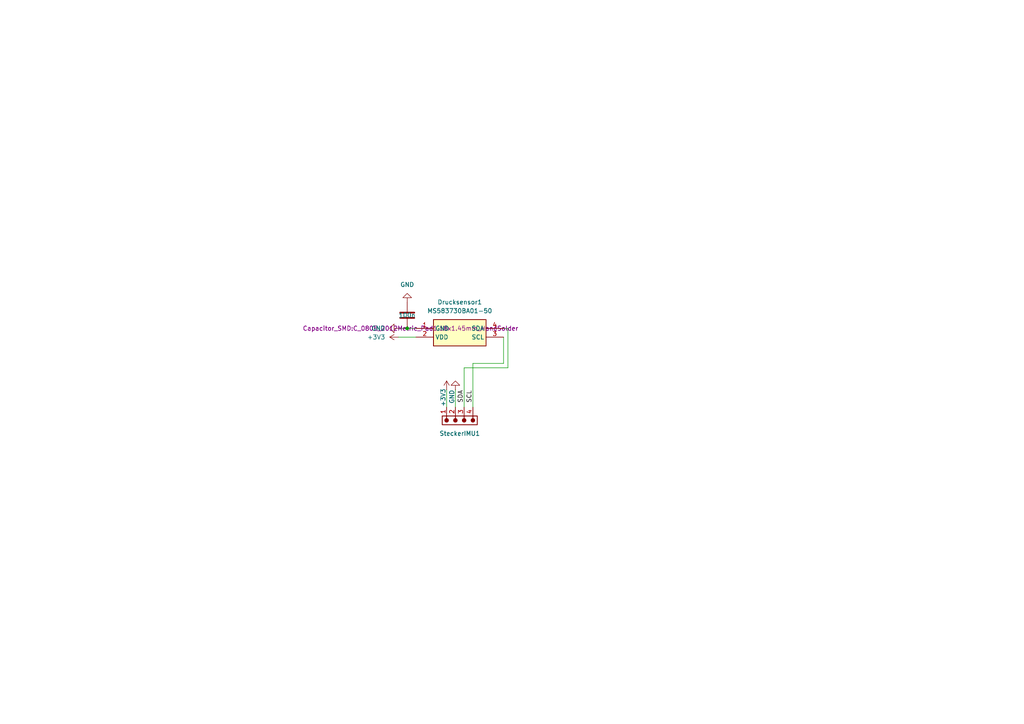
<source format=kicad_sch>
(kicad_sch (version 20250114) (generator "eeschema") (generator_version "9.0")
  (paper "A4")
  (title_block (title "Drucksensor") (date "2025-08-06") (rev "1") (company "U-Stall"))
  (lib_symbols
    (symbol "Connector_Wurth_WR-WTB:61900411021" (pin_names (hide yes))
      (property "Reference" "J" (at 0 5.08 0))
      (symbol "61900411021_1_1"
        (rectangle (start -5.08 1.27) (end 5.08 -1.27) (stroke (width 0.254)))
        (circle (center -3.81 0) (radius 0.508) (stroke (width 0.254)) (fill (type outline)))
        (polyline (pts (xy -3.81 -0.508) (xy -3.81 -1.27)) (stroke (width 0.254)))
        (circle (center -1.27 0) (radius 0.508) (stroke (width 0.254)) (fill (type outline)))
        (polyline (pts (xy -1.27 -0.508) (xy -1.27 -1.27)) (stroke (width 0.254)))
        (circle (center 1.27 0) (radius 0.508) (stroke (width 0.254)) (fill (type outline)))
        (polyline (pts (xy 1.27 -0.508) (xy 1.27 -1.27)) (stroke (width 0.254)))
        (circle (center 3.81 0) (radius 0.508) (stroke (width 0.254)) (fill (type outline)))
        (polyline (pts (xy 3.81 -0.508) (xy 3.81 -1.27)) (stroke (width 0.254)))
        (pin passive line (at -3.81 -3.81 90) (length 2.54) (name "4") (number "4"))
        (pin passive line (at -1.27 -3.81 90) (length 2.54) (name "3") (number "3"))
        (pin passive line (at 1.27 -3.81 90) (length 2.54) (name "2") (number "2"))
        (pin passive line (at 3.81 -3.81 90) (length 2.54) (name "1") (number "1"))
      )
    )
    (symbol "Device:C" (pin_numbers (hide yes)) (pin_names (offset 0.254))
      (property "Reference" "C" (at 0.635 2.54 0))
      (property "Value" "C" (at 0.635 -2.54 0))
      (symbol "C_0_1"
        (polyline (pts (xy -2.032 0.762) (xy 2.032 0.762)) (stroke (width 0.508)))
        (polyline (pts (xy -2.032 -0.762) (xy 2.032 -0.762)) (stroke (width 0.508)))
      )
      (symbol "C_1_1"
        (pin passive line (at 0 3.81 270) (length 2.794) (name "~") (number "1"))
        (pin passive line (at 0 -3.81 90) (length 2.794) (name "~") (number "2"))
      )
    )
    (symbol "SamacSys_Parts:MS583730BA01-50"
      (property "Reference" "IC" (at 21.59 7.62 0))
      (property "Value" "MS583730BA01-50" (at 21.59 5.08 0))
      (symbol "MS583730BA01-50_1_1"
        (rectangle (start 5.08 2.54) (end 20.32 -5.08) (stroke (width 0.254)) (fill (type background)))
        (pin passive line (at 0 0 0) (length 5.08) (name "GND") (number "1"))
        (pin passive line (at 0 -2.54 0) (length 5.08) (name "VDD") (number "2"))
        (pin passive line (at 25.4 0 180) (length 5.08) (name "SDA") (number "4"))
        (pin passive line (at 25.4 -2.54 180) (length 5.08) (name "SCL") (number "3"))
      )
    )
    (symbol "power:+3V3" (power) (pin_numbers (hide yes)) (pin_names (offset 0) (hide yes))
      (property "Value" "+3V3" (at 0 3.556 0))
      (symbol "+3V3_0_1"
        (polyline (pts (xy -0.762 1.27) (xy 0 2.54)))
        (polyline (pts (xy 0 2.54) (xy 0.762 1.27)))
        (polyline (pts (xy 0 0) (xy 0 2.54)))
      )
      (symbol "+3V3_1_1"
        (pin power_in line (at 0 0 90) (length 0) (name "~") (number "1"))
      )
    )
    (symbol "power:GND" (power) (pin_numbers (hide yes)) (pin_names (offset 0) (hide yes))
      (property "Value" "GND" (at 0 -3.81 0))
      (symbol "GND_0_1"
        (polyline (pts (xy 0 0) (xy 0 -1.27) (xy 1.27 -1.27) (xy 0 -2.54) (xy -1.27 -1.27) (xy 0 -1.27)))
      )
      (symbol "GND_1_1"
        (pin power_in line (at 0 0 270) (length 0) (name "~") (number "1"))
      )
    )
  )
  (junction (at 118.11 95.25))
  (wire (pts (xy 118.11 95.25) (xy 120.65 95.25)))
  (wire (pts (xy 115.57 97.79) (xy 120.65 97.79)))
  (wire (pts (xy 146.05 105.41) (xy 137.16 105.41)))
  (wire (pts (xy 147.32 95.25) (xy 147.32 106.68)))
  (wire (pts (xy 134.62 106.68) (xy 147.32 106.68)))
  (wire (pts (xy 146.05 97.79) (xy 146.05 105.41)))
  (wire (pts (xy 137.16 105.41) (xy 137.16 118.11)))
  (wire (pts (xy 115.57 95.25) (xy 118.11 95.25)))
  (wire (pts (xy 146.05 95.25) (xy 147.32 95.25)))
  (wire (pts (xy 134.62 106.68) (xy 134.62 118.11)))
  (wire (pts (xy 129.54 113.03) (xy 129.54 118.11)))
  (wire (pts (xy 132.08 113.03) (xy 132.08 118.11)))
  (label "SCL" (at 137.16 116.84 90))
  (label "SDA" (at 134.62 116.84 90))
  (symbol (lib_id "Device:C") (at 118.11 91.44 0) (unit 1)
    (property "Reference" "C4" (effects (hide yes)))
    (property "Value" "100n" (at 115.57 91.44 0) (effects (justify left)))
    (property "Footprint" "Capacitor_SMD:C_0805_2012Metric_Pad1.18x1.45mm_HandSolder" (at 119.0752 95.25 0))
    (property "Description" "Unpolarized capacitor" (effects (hide yes)))
  )
  (symbol (lib_id "power:+3V3") (at 129.54 113.03 0) (unit 1)
    (property "Reference" "#PWR018" (effects (hide yes)))
    (property "Value" "+3V3" (at 128.524 115.316 90))
    (property "Description" "Power symbol creates a global label with name \"+3V3\"" (effects (hide yes)))
  )
  (symbol (lib_id "power:GND") (at 132.08 113.03 180) (unit 1)
    (property "Reference" "#PWR021" (effects (hide yes)))
    (property "Value" "GND" (at 131.064 115.062 90))
    (property "Description" "Power symbol creates a global label with name \"GND\" , ground" (effects (hide yes)))
  )
  (symbol (lib_id "power:+3V3") (at 115.57 97.79 90) (unit 1)
    (property "Reference" "#PWR019" (effects (hide yes)))
    (property "Value" "+3V3" (at 111.76 97.7899 90) (effects (justify left)))
    (property "Description" "Power symbol creates a global label with name \"+3V3\"" (effects (hide yes)))
  )
  (symbol (lib_id "power:GND") (at 118.11 87.63 180) (unit 1)
    (property "Reference" "#PWR022" (effects (hide yes)))
    (property "Value" "GND" (at 118.11 82.55 0))
    (property "Description" "Power symbol creates a global label with name \"GND\" , ground" (effects (hide yes)))
  )
  (symbol (lib_id "Connector_Wurth_WR-WTB:61900411021") (at 133.35 121.92 180) (unit 1)
    (property "Reference" "SteckerIMU1" (at 133.35 125.73 0))
    (property "Value" "61900411021" (effects (hide yes)))
    (property "Footprint" "Connector_THT_Wurth:J_Wurth_WR-WTB_61900411021" (effects (hide yes)))
    (property "Datasheet" "https://www.we-online.com/en/components/products/datasheet/61900411021?ki" (effects (hide yes)))
    (property "Description" "2.54 mm Male Right Angled Locking Header Bottom Locking" (effects (hide yes)))
    (property "Manufacturer" "Wurth Elektronik" (effects (hide yes)))
    (property "Manufacturer URL" "https://www.we-online.com" (effects (hide yes)))
    (property "Match Code" "WR-WTB" (effects (hide yes)))
    (property "Pins (pcs)" "4" (effects (hide yes)))
    (property "Pitch (mm)" "2.54" (effects (hide yes)))
    (property "Gender" "Male" (effects (hide yes)))
    (property "Type" "Right Angled Bottom Locking" (effects (hide yes)))
    (property "Mounting Technology" "THT" (effects (hide yes)))
    (property "Working Voltage (V (AC))" "250" (effects (hide yes)))
    (property "PCB/Cable/Panel" "PCB" (effects (hide yes)))
    (property "Contact Resistance (mΩ)" "20" (effects (hide yes)))
    (property "Tol. R" "max." (effects (hide yes)))
    (property "L (mm)" "10.16" (effects (hide yes)))
  )
  (symbol (lib_id "SamacSys_Parts:MS583730BA01-50") (at 120.65 95.25 0) (unit 1)
    (property "Reference" "Drucksensor1" (at 133.35 87.63 0))
    (property "Value" "MS583730BA01-50" (at 133.35 90.17 0))
    (property "Footprint" "MS583730BA0150" (effects (hide yes)))
    (property "Datasheet" "https://www.te.com/commerce/DocumentDelivery/DDEController?Action=srchrtrv&DocNm=MS5837-30BA&DocType=Data%20Sheet&DocLang=English&PartCntxt=MS583730BA01-50&DocFormat=pdf" (effects (hide yes)))
    (property "Description" "Dimensions: Dimensions 3.3 x 3.3 x 2.75 MM | Dimensions .11 x .11 x 0.03 INCH | Electrical Characteristics: Board Level Pressure Sensor Supply Voltage 1.5  3.6 V | Operation/Application: Proof Pressure Range 50 bar | Board Level Pressure Sensor Accuracy +/-1.5mbar | Output Interface I2C | Output/Span 24 bit ADC | Resolution .2 | Pressure 30000 MBAR | Packaging Features: Board Level Pressure Sensor Package Surface Mountable | Product Type Features: Board Level Pressure Sensor Type Digital Pressure and Alti" (effects (hide yes)))
    (property "Manufacturer_Name" "TE Connectivity" (effects (hide yes)))
    (property "Manufacturer_Part_Number" "MS583730BA01-50" (effects (hide yes)))
    (property "Mouser Part Number" "824-MS583730BA01-50" (effects (hide yes)))
    (property "Mouser Price/Stock" "https://www.mouser.co.uk/ProductDetail/Measurement-Specialties/MS583730BA01-50?qs=SvmF4ZFxmIz%2F53mFym%252BZPQ%3D%3D" (effects (hide yes)))
    (property "Arrow Part Number" "MS583730BA01-50" (effects (hide yes)))
    (property "Arrow Price/Stock" "https://www.arrow.com/en/products/ms583730ba01-50/te-connectivity?utm_currency=USD&region=nac" (effects (hide yes)))
  )
  (symbol (lib_id "power:GND") (at 115.57 95.25 270) (unit 1)
    (property "Reference" "#PWR020" (effects (hide yes)))
    (property "Value" "GND" (at 111.76 95.2499 90) (effects (justify right)))
    (property "Description" "Power symbol creates a global label with name \"GND\" , ground" (effects (hide yes)))
  )
)
</source>
